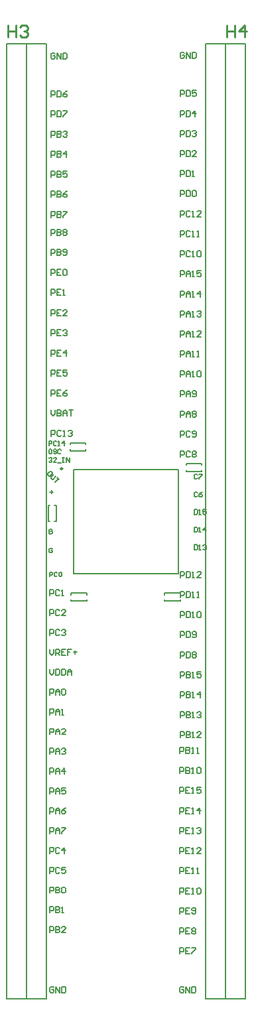
<source format=gto>
G04*
G04 #@! TF.GenerationSoftware,Altium Limited,Altium Designer,21.8.1 (53)*
G04*
G04 Layer_Color=65535*
%FSLAX25Y25*%
%MOIN*%
G70*
G04*
G04 #@! TF.SameCoordinates,602FFC17-E96E-42ED-876F-BF2310913D4F*
G04*
G04*
G04 #@! TF.FilePolarity,Positive*
G04*
G01*
G75*
%ADD10C,0.00984*%
%ADD11C,0.00600*%
%ADD12C,0.00591*%
%ADD13C,0.00787*%
%ADD14C,0.01000*%
D10*
X355610Y372075D02*
G03*
X355610Y372075I-492J0D01*
G01*
D11*
X437500Y105500D02*
X447500D01*
Y585500D01*
X437500Y105500D02*
Y585500D01*
X447500D01*
X327500Y585500D02*
X337500D01*
X327500Y105500D02*
X327500Y585500D01*
X337500D02*
X337500Y105500D01*
X327500D02*
X337500D01*
X347500D01*
Y585500D01*
X337500Y105500D02*
Y585500D01*
X347500D01*
X427500Y105500D02*
X437500D01*
Y585500D01*
X427500Y105500D02*
Y585500D01*
X437500D01*
X349300Y360366D02*
X350833D01*
X350066Y361133D02*
Y359600D01*
X351799Y580599D02*
X351300Y581099D01*
X350300D01*
X349800Y580599D01*
Y578600D01*
X350300Y578100D01*
X351300D01*
X351799Y578600D01*
Y579600D01*
X350800D01*
X352799Y578100D02*
Y581099D01*
X354798Y578100D01*
Y581099D01*
X355798D02*
Y578100D01*
X357298D01*
X357797Y578600D01*
Y580599D01*
X357298Y581099D01*
X355798D01*
X349900Y448866D02*
Y451865D01*
X351399D01*
X351899Y451365D01*
Y450366D01*
X351399Y449866D01*
X349900D01*
X354898Y451865D02*
X352899D01*
Y448866D01*
X354898D01*
X352899Y450366D02*
X353899D01*
X357897Y448866D02*
X355898D01*
X357897Y450865D01*
Y451365D01*
X357398Y451865D01*
X356398D01*
X355898Y451365D01*
X349900Y438788D02*
Y441787D01*
X351399D01*
X351899Y441288D01*
Y440288D01*
X351399Y439788D01*
X349900D01*
X354898Y441787D02*
X352899D01*
Y438788D01*
X354898D01*
X352899Y440288D02*
X353899D01*
X355898Y441288D02*
X356398Y441787D01*
X357398D01*
X357897Y441288D01*
Y440788D01*
X357398Y440288D01*
X356898D01*
X357398D01*
X357897Y439788D01*
Y439288D01*
X357398Y438788D01*
X356398D01*
X355898Y439288D01*
X349900Y428711D02*
Y431710D01*
X351399D01*
X351899Y431210D01*
Y430210D01*
X351399Y429710D01*
X349900D01*
X354898Y431710D02*
X352899D01*
Y428711D01*
X354898D01*
X352899Y430210D02*
X353899D01*
X357398Y428711D02*
Y431710D01*
X355898Y430210D01*
X357897D01*
X349900Y418633D02*
Y421632D01*
X351399D01*
X351899Y421132D01*
Y420133D01*
X351399Y419633D01*
X349900D01*
X354898Y421632D02*
X352899D01*
Y418633D01*
X354898D01*
X352899Y420133D02*
X353899D01*
X357897Y421632D02*
X355898D01*
Y420133D01*
X356898Y420632D01*
X357398D01*
X357897Y420133D01*
Y419133D01*
X357398Y418633D01*
X356398D01*
X355898Y419133D01*
X349900Y408555D02*
Y411554D01*
X351399D01*
X351899Y411055D01*
Y410055D01*
X351399Y409555D01*
X349900D01*
X354898Y411554D02*
X352899D01*
Y408555D01*
X354898D01*
X352899Y410055D02*
X353899D01*
X357897Y411554D02*
X356898Y411055D01*
X355898Y410055D01*
Y409055D01*
X356398Y408555D01*
X357398D01*
X357897Y409055D01*
Y409555D01*
X357398Y410055D01*
X355898D01*
X349900Y401477D02*
Y399477D01*
X350900Y398478D01*
X351899Y399477D01*
Y401477D01*
X352899D02*
Y398478D01*
X354398D01*
X354898Y398977D01*
Y399477D01*
X354398Y399977D01*
X352899D01*
X354398D01*
X354898Y400477D01*
Y400977D01*
X354398Y401477D01*
X352899D01*
X355898Y398478D02*
Y400477D01*
X356898Y401477D01*
X357897Y400477D01*
Y398478D01*
Y399977D01*
X355898D01*
X358897Y401477D02*
X360896D01*
X359897D01*
Y398478D01*
X349900Y388400D02*
Y391399D01*
X351399D01*
X351899Y390899D01*
Y389899D01*
X351399Y389400D01*
X349900D01*
X354898Y390899D02*
X354398Y391399D01*
X353399D01*
X352899Y390899D01*
Y388900D01*
X353399Y388400D01*
X354398D01*
X354898Y388900D01*
X355898Y388400D02*
X356898D01*
X356398D01*
Y391399D01*
X355898Y390899D01*
X358397D02*
X358897Y391399D01*
X359897D01*
X360397Y390899D01*
Y390399D01*
X359897Y389899D01*
X359397D01*
X359897D01*
X360397Y389400D01*
Y388900D01*
X359897Y388400D01*
X358897D01*
X358397Y388900D01*
X349200Y308181D02*
Y311130D01*
X350675D01*
X351166Y310639D01*
Y309656D01*
X350675Y309164D01*
X349200D01*
X354115Y310639D02*
X353624Y311130D01*
X352641D01*
X352149Y310639D01*
Y308673D01*
X352641Y308181D01*
X353624D01*
X354115Y308673D01*
X355098Y308181D02*
X356081D01*
X355590D01*
Y311130D01*
X355098Y310639D01*
X349200Y298223D02*
Y301173D01*
X350675D01*
X351166Y300681D01*
Y299698D01*
X350675Y299206D01*
X349200D01*
X354115Y300681D02*
X353624Y301173D01*
X352641D01*
X352149Y300681D01*
Y298715D01*
X352641Y298223D01*
X353624D01*
X354115Y298715D01*
X357064Y298223D02*
X355098D01*
X357064Y300190D01*
Y300681D01*
X356573Y301173D01*
X355590D01*
X355098Y300681D01*
X349200Y288266D02*
Y291215D01*
X350675D01*
X351166Y290723D01*
Y289740D01*
X350675Y289249D01*
X349200D01*
X354115Y290723D02*
X353624Y291215D01*
X352641D01*
X352149Y290723D01*
Y288757D01*
X352641Y288266D01*
X353624D01*
X354115Y288757D01*
X355098Y290723D02*
X355590Y291215D01*
X356573D01*
X357064Y290723D01*
Y290232D01*
X356573Y289740D01*
X356081D01*
X356573D01*
X357064Y289249D01*
Y288757D01*
X356573Y288266D01*
X355590D01*
X355098Y288757D01*
X349200Y281257D02*
Y279291D01*
X350183Y278308D01*
X351166Y279291D01*
Y281257D01*
X352149Y278308D02*
Y281257D01*
X353624D01*
X354115Y280766D01*
Y279783D01*
X353624Y279291D01*
X352149D01*
X353132D02*
X354115Y278308D01*
X357064Y281257D02*
X355098D01*
Y278308D01*
X357064D01*
X355098Y279783D02*
X356081D01*
X360013Y281257D02*
X358047D01*
Y279783D01*
X359030D01*
X358047D01*
Y278308D01*
X360996Y279783D02*
X362962D01*
X361979Y280766D02*
Y278800D01*
X349200Y271299D02*
Y269333D01*
X350183Y268350D01*
X351166Y269333D01*
Y271299D01*
X352149D02*
Y268350D01*
X353624D01*
X354115Y268842D01*
Y270808D01*
X353624Y271299D01*
X352149D01*
X355098D02*
Y268350D01*
X356573D01*
X357064Y268842D01*
Y270808D01*
X356573Y271299D01*
X355098D01*
X358047Y268350D02*
Y270316D01*
X359030Y271299D01*
X360013Y270316D01*
Y268350D01*
Y269825D01*
X358047D01*
X349200Y258393D02*
Y261342D01*
X350675D01*
X351166Y260850D01*
Y259867D01*
X350675Y259376D01*
X349200D01*
X352149Y258393D02*
Y260359D01*
X353132Y261342D01*
X354115Y260359D01*
Y258393D01*
Y259867D01*
X352149D01*
X355098Y260850D02*
X355590Y261342D01*
X356573D01*
X357064Y260850D01*
Y258884D01*
X356573Y258393D01*
X355590D01*
X355098Y258884D01*
Y260850D01*
X349200Y248435D02*
Y251384D01*
X350675D01*
X351166Y250892D01*
Y249909D01*
X350675Y249418D01*
X349200D01*
X352149Y248435D02*
Y250401D01*
X353132Y251384D01*
X354115Y250401D01*
Y248435D01*
Y249909D01*
X352149D01*
X355098Y248435D02*
X356081D01*
X355590D01*
Y251384D01*
X355098Y250892D01*
X349200Y238477D02*
Y241426D01*
X350675D01*
X351166Y240935D01*
Y239952D01*
X350675Y239460D01*
X349200D01*
X352149Y238477D02*
Y240443D01*
X353132Y241426D01*
X354115Y240443D01*
Y238477D01*
Y239952D01*
X352149D01*
X357064Y238477D02*
X355098D01*
X357064Y240443D01*
Y240935D01*
X356573Y241426D01*
X355590D01*
X355098Y240935D01*
X349200Y228520D02*
Y231469D01*
X350675D01*
X351166Y230977D01*
Y229994D01*
X350675Y229503D01*
X349200D01*
X352149Y228520D02*
Y230486D01*
X353132Y231469D01*
X354115Y230486D01*
Y228520D01*
Y229994D01*
X352149D01*
X355098Y230977D02*
X355590Y231469D01*
X356573D01*
X357064Y230977D01*
Y230486D01*
X356573Y229994D01*
X356081D01*
X356573D01*
X357064Y229503D01*
Y229011D01*
X356573Y228520D01*
X355590D01*
X355098Y229011D01*
X349200Y218562D02*
Y221511D01*
X350675D01*
X351166Y221019D01*
Y220036D01*
X350675Y219545D01*
X349200D01*
X352149Y218562D02*
Y220528D01*
X353132Y221511D01*
X354115Y220528D01*
Y218562D01*
Y220036D01*
X352149D01*
X356573Y218562D02*
Y221511D01*
X355098Y220036D01*
X357064D01*
X349200Y208604D02*
Y211553D01*
X350675D01*
X351166Y211062D01*
Y210079D01*
X350675Y209587D01*
X349200D01*
X352149Y208604D02*
Y210570D01*
X353132Y211553D01*
X354115Y210570D01*
Y208604D01*
Y210079D01*
X352149D01*
X357064Y211553D02*
X355098D01*
Y210079D01*
X356081Y210570D01*
X356573D01*
X357064Y210079D01*
Y209096D01*
X356573Y208604D01*
X355590D01*
X355098Y209096D01*
X349200Y198646D02*
Y201595D01*
X350675D01*
X351166Y201104D01*
Y200121D01*
X350675Y199629D01*
X349200D01*
X352149Y198646D02*
Y200612D01*
X353132Y201595D01*
X354115Y200612D01*
Y198646D01*
Y200121D01*
X352149D01*
X357064Y201595D02*
X356081Y201104D01*
X355098Y200121D01*
Y199138D01*
X355590Y198646D01*
X356573D01*
X357064Y199138D01*
Y199629D01*
X356573Y200121D01*
X355098D01*
X349200Y188689D02*
Y191638D01*
X350675D01*
X351166Y191146D01*
Y190163D01*
X350675Y189672D01*
X349200D01*
X352149Y188689D02*
Y190655D01*
X353132Y191638D01*
X354115Y190655D01*
Y188689D01*
Y190163D01*
X352149D01*
X355098Y191638D02*
X357064D01*
Y191146D01*
X355098Y189180D01*
Y188689D01*
X349200Y178731D02*
Y181680D01*
X350675D01*
X351166Y181188D01*
Y180205D01*
X350675Y179714D01*
X349200D01*
X354115Y181188D02*
X353624Y181680D01*
X352641D01*
X352149Y181188D01*
Y179222D01*
X352641Y178731D01*
X353624D01*
X354115Y179222D01*
X356573Y178731D02*
Y181680D01*
X355098Y180205D01*
X357064D01*
X349200Y168773D02*
Y171722D01*
X350675D01*
X351166Y171231D01*
Y170248D01*
X350675Y169756D01*
X349200D01*
X354115Y171231D02*
X353624Y171722D01*
X352641D01*
X352149Y171231D01*
Y169265D01*
X352641Y168773D01*
X353624D01*
X354115Y169265D01*
X357064Y171722D02*
X355098D01*
Y170248D01*
X356081Y170739D01*
X356573D01*
X357064Y170248D01*
Y169265D01*
X356573Y168773D01*
X355590D01*
X355098Y169265D01*
X349200Y158815D02*
Y161765D01*
X350675D01*
X351166Y161273D01*
Y160290D01*
X350675Y159799D01*
X349200D01*
X352149Y161765D02*
Y158815D01*
X353624D01*
X354115Y159307D01*
Y159799D01*
X353624Y160290D01*
X352149D01*
X353624D01*
X354115Y160782D01*
Y161273D01*
X353624Y161765D01*
X352149D01*
X355098Y161273D02*
X355590Y161765D01*
X356573D01*
X357064Y161273D01*
Y159307D01*
X356573Y158815D01*
X355590D01*
X355098Y159307D01*
Y161273D01*
X349200Y148858D02*
Y151807D01*
X350675D01*
X351166Y151315D01*
Y150332D01*
X350675Y149841D01*
X349200D01*
X352149Y151807D02*
Y148858D01*
X353624D01*
X354115Y149349D01*
Y149841D01*
X353624Y150332D01*
X352149D01*
X353624D01*
X354115Y150824D01*
Y151315D01*
X353624Y151807D01*
X352149D01*
X355098Y148858D02*
X356081D01*
X355590D01*
Y151807D01*
X355098Y151315D01*
X349200Y138900D02*
Y141849D01*
X350675D01*
X351166Y141358D01*
Y140375D01*
X350675Y139883D01*
X349200D01*
X352149Y141849D02*
Y138900D01*
X353624D01*
X354115Y139392D01*
Y139883D01*
X353624Y140375D01*
X352149D01*
X353624D01*
X354115Y140866D01*
Y141358D01*
X353624Y141849D01*
X352149D01*
X357064Y138900D02*
X355098D01*
X357064Y140866D01*
Y141358D01*
X356573Y141849D01*
X355590D01*
X355098Y141358D01*
X350433Y331716D02*
X350050Y332099D01*
X349283D01*
X348900Y331716D01*
Y330183D01*
X349283Y329800D01*
X350050D01*
X350433Y330183D01*
Y330950D01*
X349666D01*
X414500Y228977D02*
Y231976D01*
X416000D01*
X416499Y231476D01*
Y230476D01*
X416000Y229977D01*
X414500D01*
X417499Y231976D02*
Y228977D01*
X418998D01*
X419498Y229477D01*
Y229977D01*
X418998Y230476D01*
X417499D01*
X418998D01*
X419498Y230976D01*
Y231476D01*
X418998Y231976D01*
X417499D01*
X420498Y228977D02*
X421498D01*
X420998D01*
Y231976D01*
X420498Y231476D01*
X422997Y228977D02*
X423997D01*
X423497D01*
Y231976D01*
X422997Y231476D01*
X414500Y218899D02*
Y221898D01*
X416000D01*
X416499Y221398D01*
Y220399D01*
X416000Y219899D01*
X414500D01*
X417499Y221898D02*
Y218899D01*
X418998D01*
X419498Y219399D01*
Y219899D01*
X418998Y220399D01*
X417499D01*
X418998D01*
X419498Y220899D01*
Y221398D01*
X418998Y221898D01*
X417499D01*
X420498Y218899D02*
X421498D01*
X420998D01*
Y221898D01*
X420498Y221398D01*
X422997D02*
X423497Y221898D01*
X424497D01*
X424997Y221398D01*
Y219399D01*
X424497Y218899D01*
X423497D01*
X422997Y219399D01*
Y221398D01*
X414500Y208821D02*
Y211821D01*
X416000D01*
X416499Y211321D01*
Y210321D01*
X416000Y209821D01*
X414500D01*
X419498Y211821D02*
X417499D01*
Y208821D01*
X419498D01*
X417499Y210321D02*
X418499D01*
X420498Y208821D02*
X421498D01*
X420998D01*
Y211821D01*
X420498Y211321D01*
X424997Y211821D02*
X422997D01*
Y210321D01*
X423997Y210821D01*
X424497D01*
X424997Y210321D01*
Y209321D01*
X424497Y208821D01*
X423497D01*
X422997Y209321D01*
X414500Y198744D02*
Y201743D01*
X416000D01*
X416499Y201243D01*
Y200243D01*
X416000Y199743D01*
X414500D01*
X419498Y201743D02*
X417499D01*
Y198744D01*
X419498D01*
X417499Y200243D02*
X418499D01*
X420498Y198744D02*
X421498D01*
X420998D01*
Y201743D01*
X420498Y201243D01*
X424497Y198744D02*
Y201743D01*
X422997Y200243D01*
X424997D01*
X414500Y188666D02*
Y191665D01*
X416000D01*
X416499Y191165D01*
Y190166D01*
X416000Y189666D01*
X414500D01*
X419498Y191665D02*
X417499D01*
Y188666D01*
X419498D01*
X417499Y190166D02*
X418499D01*
X420498Y188666D02*
X421498D01*
X420998D01*
Y191665D01*
X420498Y191165D01*
X422997D02*
X423497Y191665D01*
X424497D01*
X424997Y191165D01*
Y190665D01*
X424497Y190166D01*
X423997D01*
X424497D01*
X424997Y189666D01*
Y189166D01*
X424497Y188666D01*
X423497D01*
X422997Y189166D01*
X414500Y178588D02*
Y181587D01*
X416000D01*
X416499Y181088D01*
Y180088D01*
X416000Y179588D01*
X414500D01*
X419498Y181587D02*
X417499D01*
Y178588D01*
X419498D01*
X417499Y180088D02*
X418499D01*
X420498Y178588D02*
X421498D01*
X420998D01*
Y181587D01*
X420498Y181088D01*
X424997Y178588D02*
X422997D01*
X424997Y180588D01*
Y181088D01*
X424497Y181587D01*
X423497D01*
X422997Y181088D01*
X414500Y168511D02*
Y171510D01*
X416000D01*
X416499Y171010D01*
Y170010D01*
X416000Y169510D01*
X414500D01*
X419498Y171510D02*
X417499D01*
Y168511D01*
X419498D01*
X417499Y170010D02*
X418499D01*
X420498Y168511D02*
X421498D01*
X420998D01*
Y171510D01*
X420498Y171010D01*
X422997Y168511D02*
X423997D01*
X423497D01*
Y171510D01*
X422997Y171010D01*
X414500Y158433D02*
Y161432D01*
X416000D01*
X416499Y160932D01*
Y159933D01*
X416000Y159433D01*
X414500D01*
X419498Y161432D02*
X417499D01*
Y158433D01*
X419498D01*
X417499Y159933D02*
X418499D01*
X420498Y158433D02*
X421498D01*
X420998D01*
Y161432D01*
X420498Y160932D01*
X422997D02*
X423497Y161432D01*
X424497D01*
X424997Y160932D01*
Y158933D01*
X424497Y158433D01*
X423497D01*
X422997Y158933D01*
Y160932D01*
X414500Y148355D02*
Y151354D01*
X416000D01*
X416499Y150855D01*
Y149855D01*
X416000Y149355D01*
X414500D01*
X419498Y151354D02*
X417499D01*
Y148355D01*
X419498D01*
X417499Y149855D02*
X418499D01*
X420498Y148855D02*
X420998Y148355D01*
X421998D01*
X422497Y148855D01*
Y150855D01*
X421998Y151354D01*
X420998D01*
X420498Y150855D01*
Y150355D01*
X420998Y149855D01*
X422497D01*
X414500Y138278D02*
Y141277D01*
X416000D01*
X416499Y140777D01*
Y139777D01*
X416000Y139277D01*
X414500D01*
X419498Y141277D02*
X417499D01*
Y138278D01*
X419498D01*
X417499Y139777D02*
X418499D01*
X420498Y140777D02*
X420998Y141277D01*
X421998D01*
X422497Y140777D01*
Y140277D01*
X421998Y139777D01*
X422497Y139277D01*
Y138777D01*
X421998Y138278D01*
X420998D01*
X420498Y138777D01*
Y139277D01*
X420998Y139777D01*
X420498Y140277D01*
Y140777D01*
X420998Y139777D02*
X421998D01*
X414500Y128200D02*
Y131199D01*
X416000D01*
X416499Y130699D01*
Y129700D01*
X416000Y129200D01*
X414500D01*
X419498Y131199D02*
X417499D01*
Y128200D01*
X419498D01*
X417499Y129700D02*
X418499D01*
X420498Y131199D02*
X422497D01*
Y130699D01*
X420498Y128700D01*
Y128200D01*
X414700Y448444D02*
Y451443D01*
X416199D01*
X416699Y450943D01*
Y449943D01*
X416199Y449443D01*
X414700D01*
X417699Y448444D02*
Y450443D01*
X418699Y451443D01*
X419698Y450443D01*
Y448444D01*
Y449943D01*
X417699D01*
X420698Y448444D02*
X421698D01*
X421198D01*
Y451443D01*
X420698Y450943D01*
X423197D02*
X423697Y451443D01*
X424697D01*
X425197Y450943D01*
Y450443D01*
X424697Y449943D01*
X424197D01*
X424697D01*
X425197Y449443D01*
Y448944D01*
X424697Y448444D01*
X423697D01*
X423197Y448944D01*
X414700Y438366D02*
Y441365D01*
X416199D01*
X416699Y440865D01*
Y439866D01*
X416199Y439366D01*
X414700D01*
X417699Y438366D02*
Y440365D01*
X418699Y441365D01*
X419698Y440365D01*
Y438366D01*
Y439866D01*
X417699D01*
X420698Y438366D02*
X421698D01*
X421198D01*
Y441365D01*
X420698Y440865D01*
X425197Y438366D02*
X423197D01*
X425197Y440365D01*
Y440865D01*
X424697Y441365D01*
X423697D01*
X423197Y440865D01*
X414700Y428288D02*
Y431287D01*
X416199D01*
X416699Y430788D01*
Y429788D01*
X416199Y429288D01*
X414700D01*
X417699Y428288D02*
Y430288D01*
X418699Y431287D01*
X419698Y430288D01*
Y428288D01*
Y429788D01*
X417699D01*
X420698Y428288D02*
X421698D01*
X421198D01*
Y431287D01*
X420698Y430788D01*
X423197Y428288D02*
X424197D01*
X423697D01*
Y431287D01*
X423197Y430788D01*
X414700Y418211D02*
Y421210D01*
X416199D01*
X416699Y420710D01*
Y419710D01*
X416199Y419210D01*
X414700D01*
X417699Y418211D02*
Y420210D01*
X418699Y421210D01*
X419698Y420210D01*
Y418211D01*
Y419710D01*
X417699D01*
X420698Y418211D02*
X421698D01*
X421198D01*
Y421210D01*
X420698Y420710D01*
X423197D02*
X423697Y421210D01*
X424697D01*
X425197Y420710D01*
Y418711D01*
X424697Y418211D01*
X423697D01*
X423197Y418711D01*
Y420710D01*
X414700Y408133D02*
Y411132D01*
X416199D01*
X416699Y410632D01*
Y409633D01*
X416199Y409133D01*
X414700D01*
X417699Y408133D02*
Y410132D01*
X418699Y411132D01*
X419698Y410132D01*
Y408133D01*
Y409633D01*
X417699D01*
X420698Y408633D02*
X421198Y408133D01*
X422198D01*
X422697Y408633D01*
Y410632D01*
X422198Y411132D01*
X421198D01*
X420698Y410632D01*
Y410132D01*
X421198Y409633D01*
X422697D01*
X414700Y398055D02*
Y401054D01*
X416199D01*
X416699Y400555D01*
Y399555D01*
X416199Y399055D01*
X414700D01*
X417699Y398055D02*
Y400055D01*
X418699Y401054D01*
X419698Y400055D01*
Y398055D01*
Y399555D01*
X417699D01*
X420698Y400555D02*
X421198Y401054D01*
X422198D01*
X422697Y400555D01*
Y400055D01*
X422198Y399555D01*
X422697Y399055D01*
Y398555D01*
X422198Y398055D01*
X421198D01*
X420698Y398555D01*
Y399055D01*
X421198Y399555D01*
X420698Y400055D01*
Y400555D01*
X421198Y399555D02*
X422198D01*
X414700Y387978D02*
Y390977D01*
X416199D01*
X416699Y390477D01*
Y389477D01*
X416199Y388977D01*
X414700D01*
X419698Y390477D02*
X419199Y390977D01*
X418199D01*
X417699Y390477D01*
Y388477D01*
X418199Y387978D01*
X419199D01*
X419698Y388477D01*
X420698D02*
X421198Y387978D01*
X422198D01*
X422697Y388477D01*
Y390477D01*
X422198Y390977D01*
X421198D01*
X420698Y390477D01*
Y389977D01*
X421198Y389477D01*
X422697D01*
X414700Y377900D02*
Y380899D01*
X416199D01*
X416699Y380399D01*
Y379399D01*
X416199Y378900D01*
X414700D01*
X419698Y380399D02*
X419199Y380899D01*
X418199D01*
X417699Y380399D01*
Y378400D01*
X418199Y377900D01*
X419199D01*
X419698Y378400D01*
X420698Y380399D02*
X421198Y380899D01*
X422198D01*
X422697Y380399D01*
Y379899D01*
X422198Y379399D01*
X422697Y378900D01*
Y378400D01*
X422198Y377900D01*
X421198D01*
X420698Y378400D01*
Y378900D01*
X421198Y379399D01*
X420698Y379899D01*
Y380399D01*
X421198Y379399D02*
X422198D01*
X350387Y370013D02*
X349845Y370555D01*
X349303D01*
X348219Y369471D01*
Y368929D01*
X348761Y368387D01*
X349303D01*
X350387Y369471D01*
Y370013D01*
X351200Y369200D02*
X349845Y367845D01*
Y367303D01*
X350387Y366761D01*
X350929D01*
X352284Y368116D01*
X352826Y367574D02*
X353910Y366490D01*
X353368Y367032D01*
X351742Y365406D01*
X349100Y317800D02*
Y320099D01*
X350250D01*
X350633Y319716D01*
Y318950D01*
X350250Y318566D01*
X349100D01*
X352932Y319716D02*
X352549Y320099D01*
X351782D01*
X351399Y319716D01*
Y318183D01*
X351782Y317800D01*
X352549D01*
X352932Y318183D01*
X353698Y319716D02*
X354082Y320099D01*
X354848D01*
X355231Y319716D01*
Y318183D01*
X354848Y317800D01*
X354082D01*
X353698Y318183D01*
Y319716D01*
X348700Y383681D02*
Y385981D01*
X349850D01*
X350233Y385597D01*
Y384831D01*
X349850Y384448D01*
X348700D01*
X352532Y385597D02*
X352149Y385981D01*
X351382D01*
X350999Y385597D01*
Y384065D01*
X351382Y383681D01*
X352149D01*
X352532Y384065D01*
X353298Y383681D02*
X354065D01*
X353682D01*
Y385981D01*
X353298Y385597D01*
X356364Y383681D02*
Y385981D01*
X355215Y384831D01*
X356747D01*
X349850Y381782D02*
X349083D01*
X348700Y381398D01*
Y379866D01*
X349083Y379482D01*
X349850D01*
X350233Y379866D01*
Y381398D01*
X349850Y381782D01*
X352532Y381398D02*
X352149Y381782D01*
X351382D01*
X350999Y381398D01*
Y381015D01*
X351382Y380632D01*
X352149D01*
X352532Y380249D01*
Y379866D01*
X352149Y379482D01*
X351382D01*
X350999Y379866D01*
X354831Y381398D02*
X354448Y381782D01*
X353682D01*
X353298Y381398D01*
Y379866D01*
X353682Y379482D01*
X354448D01*
X354831Y379866D01*
X348700Y377199D02*
X349083Y377583D01*
X349850D01*
X350233Y377199D01*
Y376816D01*
X349850Y376433D01*
X349466D01*
X349850D01*
X350233Y376050D01*
Y375666D01*
X349850Y375283D01*
X349083D01*
X348700Y375666D01*
X352532Y375283D02*
X350999D01*
X352532Y376816D01*
Y377199D01*
X352149Y377583D01*
X351382D01*
X350999Y377199D01*
X353298Y374900D02*
X354831D01*
X355598Y377583D02*
X356364D01*
X355981D01*
Y375283D01*
X355598D01*
X356364D01*
X357514D02*
Y377583D01*
X359047Y375283D01*
Y377583D01*
X423366Y368895D02*
X422950Y369311D01*
X422117D01*
X421700Y368895D01*
Y367229D01*
X422117Y366812D01*
X422950D01*
X423366Y367229D01*
X424199Y369311D02*
X425865D01*
Y368895D01*
X424199Y367229D01*
Y366812D01*
X423366Y360017D02*
X422950Y360433D01*
X422117D01*
X421700Y360017D01*
Y358351D01*
X422117Y357934D01*
X422950D01*
X423366Y358351D01*
X425865Y360433D02*
X425032Y360017D01*
X424199Y359184D01*
Y358351D01*
X424616Y357934D01*
X425449D01*
X425865Y358351D01*
Y358767D01*
X425449Y359184D01*
X424199D01*
X421700Y351555D02*
Y349056D01*
X422950D01*
X423366Y349473D01*
Y351139D01*
X422950Y351555D01*
X421700D01*
X424199Y349056D02*
X425032D01*
X424616D01*
Y351555D01*
X424199Y351139D01*
X427948Y351555D02*
X426282D01*
Y350306D01*
X427115Y350722D01*
X427531D01*
X427948Y350306D01*
Y349473D01*
X427531Y349056D01*
X426698D01*
X426282Y349473D01*
X421700Y342677D02*
Y340178D01*
X422950D01*
X423366Y340595D01*
Y342261D01*
X422950Y342677D01*
X421700D01*
X424199Y340178D02*
X425032D01*
X424616D01*
Y342677D01*
X424199Y342261D01*
X427531Y340178D02*
Y342677D01*
X426282Y341428D01*
X427948D01*
X421700Y333799D02*
Y331300D01*
X422950D01*
X423366Y331716D01*
Y333383D01*
X422950Y333799D01*
X421700D01*
X424199Y331300D02*
X425032D01*
X424616D01*
Y333799D01*
X424199Y333383D01*
X426282D02*
X426698Y333799D01*
X427531D01*
X427948Y333383D01*
Y332966D01*
X427531Y332550D01*
X427115D01*
X427531D01*
X427948Y332133D01*
Y331716D01*
X427531Y331300D01*
X426698D01*
X426282Y331716D01*
X351199Y111199D02*
X350699Y111699D01*
X349700D01*
X349200Y111199D01*
Y109200D01*
X349700Y108700D01*
X350699D01*
X351199Y109200D01*
Y110199D01*
X350200D01*
X352199Y108700D02*
Y111699D01*
X354198Y108700D01*
Y111699D01*
X355198D02*
Y108700D01*
X356698D01*
X357197Y109200D01*
Y111199D01*
X356698Y111699D01*
X355198D01*
X349900Y558866D02*
Y561865D01*
X351399D01*
X351899Y561365D01*
Y560366D01*
X351399Y559866D01*
X349900D01*
X352899Y561865D02*
Y558866D01*
X354398D01*
X354898Y559366D01*
Y561365D01*
X354398Y561865D01*
X352899D01*
X357897D02*
X356898Y561365D01*
X355898Y560366D01*
Y559366D01*
X356398Y558866D01*
X357398D01*
X357897Y559366D01*
Y559866D01*
X357398Y560366D01*
X355898D01*
X349900Y548788D02*
Y551787D01*
X351399D01*
X351899Y551288D01*
Y550288D01*
X351399Y549788D01*
X349900D01*
X352899Y551787D02*
Y548788D01*
X354398D01*
X354898Y549288D01*
Y551288D01*
X354398Y551787D01*
X352899D01*
X355898D02*
X357897D01*
Y551288D01*
X355898Y549288D01*
Y548788D01*
X349900Y538711D02*
Y541710D01*
X351399D01*
X351899Y541210D01*
Y540210D01*
X351399Y539710D01*
X349900D01*
X352899Y541710D02*
Y538711D01*
X354398D01*
X354898Y539211D01*
Y539710D01*
X354398Y540210D01*
X352899D01*
X354398D01*
X354898Y540710D01*
Y541210D01*
X354398Y541710D01*
X352899D01*
X355898Y541210D02*
X356398Y541710D01*
X357398D01*
X357897Y541210D01*
Y540710D01*
X357398Y540210D01*
X356898D01*
X357398D01*
X357897Y539710D01*
Y539211D01*
X357398Y538711D01*
X356398D01*
X355898Y539211D01*
X349900Y528633D02*
Y531632D01*
X351399D01*
X351899Y531132D01*
Y530133D01*
X351399Y529633D01*
X349900D01*
X352899Y531632D02*
Y528633D01*
X354398D01*
X354898Y529133D01*
Y529633D01*
X354398Y530133D01*
X352899D01*
X354398D01*
X354898Y530632D01*
Y531132D01*
X354398Y531632D01*
X352899D01*
X357398Y528633D02*
Y531632D01*
X355898Y530133D01*
X357897D01*
X349900Y518555D02*
Y521554D01*
X351399D01*
X351899Y521055D01*
Y520055D01*
X351399Y519555D01*
X349900D01*
X352899Y521554D02*
Y518555D01*
X354398D01*
X354898Y519055D01*
Y519555D01*
X354398Y520055D01*
X352899D01*
X354398D01*
X354898Y520555D01*
Y521055D01*
X354398Y521554D01*
X352899D01*
X357897D02*
X355898D01*
Y520055D01*
X356898Y520555D01*
X357398D01*
X357897Y520055D01*
Y519055D01*
X357398Y518555D01*
X356398D01*
X355898Y519055D01*
X349900Y508478D02*
Y511477D01*
X351399D01*
X351899Y510977D01*
Y509977D01*
X351399Y509477D01*
X349900D01*
X352899Y511477D02*
Y508478D01*
X354398D01*
X354898Y508978D01*
Y509477D01*
X354398Y509977D01*
X352899D01*
X354398D01*
X354898Y510477D01*
Y510977D01*
X354398Y511477D01*
X352899D01*
X357897D02*
X356898Y510977D01*
X355898Y509977D01*
Y508978D01*
X356398Y508478D01*
X357398D01*
X357897Y508978D01*
Y509477D01*
X357398Y509977D01*
X355898D01*
X349900Y498400D02*
Y501399D01*
X351399D01*
X351899Y500899D01*
Y499899D01*
X351399Y499400D01*
X349900D01*
X352899Y501399D02*
Y498400D01*
X354398D01*
X354898Y498900D01*
Y499400D01*
X354398Y499899D01*
X352899D01*
X354398D01*
X354898Y500399D01*
Y500899D01*
X354398Y501399D01*
X352899D01*
X355898D02*
X357897D01*
Y500899D01*
X355898Y498900D01*
Y498400D01*
X350333Y341216D02*
X349950Y341599D01*
X349183D01*
X348800Y341216D01*
Y339683D01*
X349183Y339300D01*
X349950D01*
X350333Y339683D01*
Y340450D01*
X349566D01*
X416799Y580899D02*
X416299Y581399D01*
X415300D01*
X414800Y580899D01*
Y578900D01*
X415300Y578400D01*
X416299D01*
X416799Y578900D01*
Y579900D01*
X415800D01*
X417799Y578400D02*
Y581399D01*
X419798Y578400D01*
Y581399D01*
X420798D02*
Y578400D01*
X422298D01*
X422797Y578900D01*
Y580899D01*
X422298Y581399D01*
X420798D01*
X414800Y317421D02*
Y320421D01*
X416299D01*
X416799Y319921D01*
Y318921D01*
X416299Y318421D01*
X414800D01*
X417799Y320421D02*
Y317421D01*
X419299D01*
X419798Y317921D01*
Y319921D01*
X419299Y320421D01*
X417799D01*
X420798Y317421D02*
X421798D01*
X421298D01*
Y320421D01*
X420798Y319921D01*
X425297Y317421D02*
X423297D01*
X425297Y319421D01*
Y319921D01*
X424797Y320421D01*
X423797D01*
X423297Y319921D01*
X414800Y307344D02*
Y310343D01*
X416299D01*
X416799Y309843D01*
Y308843D01*
X416299Y308343D01*
X414800D01*
X417799Y310343D02*
Y307344D01*
X419299D01*
X419798Y307844D01*
Y309843D01*
X419299Y310343D01*
X417799D01*
X420798Y307344D02*
X421798D01*
X421298D01*
Y310343D01*
X420798Y309843D01*
X423297Y307344D02*
X424297D01*
X423797D01*
Y310343D01*
X423297Y309843D01*
X414800Y297266D02*
Y300265D01*
X416299D01*
X416799Y299765D01*
Y298766D01*
X416299Y298266D01*
X414800D01*
X417799Y300265D02*
Y297266D01*
X419299D01*
X419798Y297766D01*
Y299765D01*
X419299Y300265D01*
X417799D01*
X420798Y297266D02*
X421798D01*
X421298D01*
Y300265D01*
X420798Y299765D01*
X423297D02*
X423797Y300265D01*
X424797D01*
X425297Y299765D01*
Y297766D01*
X424797Y297266D01*
X423797D01*
X423297Y297766D01*
Y299765D01*
X414800Y287188D02*
Y290187D01*
X416299D01*
X416799Y289688D01*
Y288688D01*
X416299Y288188D01*
X414800D01*
X417799Y290187D02*
Y287188D01*
X419299D01*
X419798Y287688D01*
Y289688D01*
X419299Y290187D01*
X417799D01*
X420798Y287688D02*
X421298Y287188D01*
X422298D01*
X422797Y287688D01*
Y289688D01*
X422298Y290187D01*
X421298D01*
X420798Y289688D01*
Y289188D01*
X421298Y288688D01*
X422797D01*
X414800Y277111D02*
Y280110D01*
X416299D01*
X416799Y279610D01*
Y278610D01*
X416299Y278110D01*
X414800D01*
X417799Y280110D02*
Y277111D01*
X419299D01*
X419798Y277611D01*
Y279610D01*
X419299Y280110D01*
X417799D01*
X420798Y279610D02*
X421298Y280110D01*
X422298D01*
X422797Y279610D01*
Y279110D01*
X422298Y278610D01*
X422797Y278110D01*
Y277611D01*
X422298Y277111D01*
X421298D01*
X420798Y277611D01*
Y278110D01*
X421298Y278610D01*
X420798Y279110D01*
Y279610D01*
X421298Y278610D02*
X422298D01*
X414800Y267033D02*
Y270032D01*
X416299D01*
X416799Y269532D01*
Y268533D01*
X416299Y268033D01*
X414800D01*
X417799Y270032D02*
Y267033D01*
X419299D01*
X419798Y267533D01*
Y268033D01*
X419299Y268533D01*
X417799D01*
X419299D01*
X419798Y269032D01*
Y269532D01*
X419299Y270032D01*
X417799D01*
X420798Y267033D02*
X421798D01*
X421298D01*
Y270032D01*
X420798Y269532D01*
X425297Y270032D02*
X423297D01*
Y268533D01*
X424297Y269032D01*
X424797D01*
X425297Y268533D01*
Y267533D01*
X424797Y267033D01*
X423797D01*
X423297Y267533D01*
X414800Y256955D02*
Y259954D01*
X416299D01*
X416799Y259455D01*
Y258455D01*
X416299Y257955D01*
X414800D01*
X417799Y259954D02*
Y256955D01*
X419299D01*
X419798Y257455D01*
Y257955D01*
X419299Y258455D01*
X417799D01*
X419299D01*
X419798Y258955D01*
Y259455D01*
X419299Y259954D01*
X417799D01*
X420798Y256955D02*
X421798D01*
X421298D01*
Y259954D01*
X420798Y259455D01*
X424797Y256955D02*
Y259954D01*
X423297Y258455D01*
X425297D01*
X414800Y246878D02*
Y249877D01*
X416299D01*
X416799Y249377D01*
Y248377D01*
X416299Y247877D01*
X414800D01*
X417799Y249877D02*
Y246878D01*
X419299D01*
X419798Y247377D01*
Y247877D01*
X419299Y248377D01*
X417799D01*
X419299D01*
X419798Y248877D01*
Y249377D01*
X419299Y249877D01*
X417799D01*
X420798Y246878D02*
X421798D01*
X421298D01*
Y249877D01*
X420798Y249377D01*
X423297D02*
X423797Y249877D01*
X424797D01*
X425297Y249377D01*
Y248877D01*
X424797Y248377D01*
X424297D01*
X424797D01*
X425297Y247877D01*
Y247377D01*
X424797Y246878D01*
X423797D01*
X423297Y247377D01*
X414800Y236800D02*
Y239799D01*
X416299D01*
X416799Y239299D01*
Y238299D01*
X416299Y237800D01*
X414800D01*
X417799Y239799D02*
Y236800D01*
X419299D01*
X419798Y237300D01*
Y237800D01*
X419299Y238299D01*
X417799D01*
X419299D01*
X419798Y238799D01*
Y239299D01*
X419299Y239799D01*
X417799D01*
X420798Y236800D02*
X421798D01*
X421298D01*
Y239799D01*
X420798Y239299D01*
X425297Y236800D02*
X423297D01*
X425297Y238799D01*
Y239299D01*
X424797Y239799D01*
X423797D01*
X423297Y239299D01*
X349800Y489433D02*
Y492432D01*
X351300D01*
X351799Y491932D01*
Y490933D01*
X351300Y490433D01*
X349800D01*
X352799Y492432D02*
Y489433D01*
X354298D01*
X354798Y489933D01*
Y490433D01*
X354298Y490933D01*
X352799D01*
X354298D01*
X354798Y491432D01*
Y491932D01*
X354298Y492432D01*
X352799D01*
X355798Y491932D02*
X356298Y492432D01*
X357298D01*
X357797Y491932D01*
Y491432D01*
X357298Y490933D01*
X357797Y490433D01*
Y489933D01*
X357298Y489433D01*
X356298D01*
X355798Y489933D01*
Y490433D01*
X356298Y490933D01*
X355798Y491432D01*
Y491932D01*
X356298Y490933D02*
X357298D01*
X349800Y479355D02*
Y482354D01*
X351300D01*
X351799Y481855D01*
Y480855D01*
X351300Y480355D01*
X349800D01*
X352799Y482354D02*
Y479355D01*
X354298D01*
X354798Y479855D01*
Y480355D01*
X354298Y480855D01*
X352799D01*
X354298D01*
X354798Y481355D01*
Y481855D01*
X354298Y482354D01*
X352799D01*
X355798Y479855D02*
X356298Y479355D01*
X357298D01*
X357797Y479855D01*
Y481855D01*
X357298Y482354D01*
X356298D01*
X355798Y481855D01*
Y481355D01*
X356298Y480855D01*
X357797D01*
X349800Y469278D02*
Y472277D01*
X351300D01*
X351799Y471777D01*
Y470777D01*
X351300Y470277D01*
X349800D01*
X354798Y472277D02*
X352799D01*
Y469278D01*
X354798D01*
X352799Y470777D02*
X353799D01*
X355798Y471777D02*
X356298Y472277D01*
X357298D01*
X357797Y471777D01*
Y469777D01*
X357298Y469278D01*
X356298D01*
X355798Y469777D01*
Y471777D01*
X349800Y459200D02*
Y462199D01*
X351300D01*
X351799Y461699D01*
Y460700D01*
X351300Y460200D01*
X349800D01*
X354798Y462199D02*
X352799D01*
Y459200D01*
X354798D01*
X352799Y460700D02*
X353799D01*
X355798Y459200D02*
X356798D01*
X356298D01*
Y462199D01*
X355798Y461699D01*
X414700Y559177D02*
Y562176D01*
X416199D01*
X416699Y561676D01*
Y560676D01*
X416199Y560177D01*
X414700D01*
X417699Y562176D02*
Y559177D01*
X419199D01*
X419698Y559677D01*
Y561676D01*
X419199Y562176D01*
X417699D01*
X422697D02*
X420698D01*
Y560676D01*
X421698Y561176D01*
X422198D01*
X422697Y560676D01*
Y559677D01*
X422198Y559177D01*
X421198D01*
X420698Y559677D01*
X414700Y549099D02*
Y552098D01*
X416199D01*
X416699Y551598D01*
Y550599D01*
X416199Y550099D01*
X414700D01*
X417699Y552098D02*
Y549099D01*
X419199D01*
X419698Y549599D01*
Y551598D01*
X419199Y552098D01*
X417699D01*
X422198Y549099D02*
Y552098D01*
X420698Y550599D01*
X422697D01*
X414700Y539021D02*
Y542021D01*
X416199D01*
X416699Y541521D01*
Y540521D01*
X416199Y540021D01*
X414700D01*
X417699Y542021D02*
Y539021D01*
X419199D01*
X419698Y539521D01*
Y541521D01*
X419199Y542021D01*
X417699D01*
X420698Y541521D02*
X421198Y542021D01*
X422198D01*
X422697Y541521D01*
Y541021D01*
X422198Y540521D01*
X421698D01*
X422198D01*
X422697Y540021D01*
Y539521D01*
X422198Y539021D01*
X421198D01*
X420698Y539521D01*
X414700Y528944D02*
Y531943D01*
X416199D01*
X416699Y531443D01*
Y530443D01*
X416199Y529943D01*
X414700D01*
X417699Y531943D02*
Y528944D01*
X419199D01*
X419698Y529444D01*
Y531443D01*
X419199Y531943D01*
X417699D01*
X422697Y528944D02*
X420698D01*
X422697Y530943D01*
Y531443D01*
X422198Y531943D01*
X421198D01*
X420698Y531443D01*
X414700Y518866D02*
Y521865D01*
X416199D01*
X416699Y521365D01*
Y520366D01*
X416199Y519866D01*
X414700D01*
X417699Y521865D02*
Y518866D01*
X419199D01*
X419698Y519366D01*
Y521365D01*
X419199Y521865D01*
X417699D01*
X420698Y518866D02*
X421698D01*
X421198D01*
Y521865D01*
X420698Y521365D01*
X414700Y508788D02*
Y511787D01*
X416199D01*
X416699Y511288D01*
Y510288D01*
X416199Y509788D01*
X414700D01*
X417699Y511787D02*
Y508788D01*
X419199D01*
X419698Y509288D01*
Y511288D01*
X419199Y511787D01*
X417699D01*
X420698Y511288D02*
X421198Y511787D01*
X422198D01*
X422697Y511288D01*
Y509288D01*
X422198Y508788D01*
X421198D01*
X420698Y509288D01*
Y511288D01*
X414700Y498711D02*
Y501710D01*
X416199D01*
X416699Y501210D01*
Y500210D01*
X416199Y499710D01*
X414700D01*
X419698Y501210D02*
X419199Y501710D01*
X418199D01*
X417699Y501210D01*
Y499211D01*
X418199Y498711D01*
X419199D01*
X419698Y499211D01*
X420698Y498711D02*
X421698D01*
X421198D01*
Y501710D01*
X420698Y501210D01*
X425197Y498711D02*
X423197D01*
X425197Y500710D01*
Y501210D01*
X424697Y501710D01*
X423697D01*
X423197Y501210D01*
X414700Y488633D02*
Y491632D01*
X416199D01*
X416699Y491132D01*
Y490133D01*
X416199Y489633D01*
X414700D01*
X419698Y491132D02*
X419199Y491632D01*
X418199D01*
X417699Y491132D01*
Y489133D01*
X418199Y488633D01*
X419199D01*
X419698Y489133D01*
X420698Y488633D02*
X421698D01*
X421198D01*
Y491632D01*
X420698Y491132D01*
X423197Y488633D02*
X424197D01*
X423697D01*
Y491632D01*
X423197Y491132D01*
X414700Y478555D02*
Y481554D01*
X416199D01*
X416699Y481055D01*
Y480055D01*
X416199Y479555D01*
X414700D01*
X419698Y481055D02*
X419199Y481554D01*
X418199D01*
X417699Y481055D01*
Y479055D01*
X418199Y478555D01*
X419199D01*
X419698Y479055D01*
X420698Y478555D02*
X421698D01*
X421198D01*
Y481554D01*
X420698Y481055D01*
X423197D02*
X423697Y481554D01*
X424697D01*
X425197Y481055D01*
Y479055D01*
X424697Y478555D01*
X423697D01*
X423197Y479055D01*
Y481055D01*
X414700Y468478D02*
Y471477D01*
X416199D01*
X416699Y470977D01*
Y469977D01*
X416199Y469477D01*
X414700D01*
X417699Y468478D02*
Y470477D01*
X418699Y471477D01*
X419698Y470477D01*
Y468478D01*
Y469977D01*
X417699D01*
X420698Y468478D02*
X421698D01*
X421198D01*
Y471477D01*
X420698Y470977D01*
X425197Y471477D02*
X423197D01*
Y469977D01*
X424197Y470477D01*
X424697D01*
X425197Y469977D01*
Y468977D01*
X424697Y468478D01*
X423697D01*
X423197Y468977D01*
X414700Y458400D02*
Y461399D01*
X416199D01*
X416699Y460899D01*
Y459900D01*
X416199Y459400D01*
X414700D01*
X417699Y458400D02*
Y460399D01*
X418699Y461399D01*
X419698Y460399D01*
Y458400D01*
Y459900D01*
X417699D01*
X420698Y458400D02*
X421698D01*
X421198D01*
Y461399D01*
X420698Y460899D01*
X424697Y458400D02*
Y461399D01*
X423197Y459900D01*
X425197D01*
X416599Y111199D02*
X416100Y111699D01*
X415100D01*
X414600Y111199D01*
Y109200D01*
X415100Y108700D01*
X416100D01*
X416599Y109200D01*
Y110199D01*
X415600D01*
X417599Y108700D02*
Y111699D01*
X419598Y108700D01*
Y111699D01*
X420598D02*
Y108700D01*
X422098D01*
X422597Y109200D01*
Y111199D01*
X422098Y111699D01*
X420598D01*
D12*
X417763Y374569D02*
X417763Y373781D01*
X417763Y374569D02*
X425637D01*
Y373781D02*
Y374569D01*
Y370632D02*
Y371419D01*
X417763Y370632D02*
X425637D01*
X417763D02*
X417763Y371419D01*
X351581Y345631D02*
X352369D01*
Y353505D01*
X351581D02*
X352369D01*
X348432D02*
X349219D01*
X348432Y345631D02*
Y353505D01*
Y345631D02*
X349219D01*
X359331Y381032D02*
Y381819D01*
Y381032D02*
X367205D01*
Y381819D01*
Y384181D02*
Y384969D01*
X359331D02*
X367205D01*
X359331Y384181D02*
Y384969D01*
X414669Y308681D02*
X414669Y309469D01*
X406795D02*
X414669D01*
X406795Y308681D02*
Y309469D01*
Y305532D02*
Y306319D01*
Y305532D02*
X414669D01*
X414669Y306319D02*
X414669Y305532D01*
X367705Y308681D02*
Y309469D01*
X359831D02*
X367705D01*
X359831Y308681D02*
Y309469D01*
Y305532D02*
Y306319D01*
Y305532D02*
X367705D01*
Y306319D01*
D13*
X361319Y319319D02*
Y371681D01*
Y319319D02*
X413681D01*
Y371681D01*
X361319D02*
X413681D01*
D14*
X438200Y594798D02*
Y588800D01*
Y591799D01*
X442199D01*
Y594798D01*
Y588800D01*
X447197D02*
Y594798D01*
X444198Y591799D01*
X448197D01*
X328200Y594798D02*
Y588800D01*
Y591799D01*
X332199D01*
Y594798D01*
Y588800D01*
X334198Y593798D02*
X335198Y594798D01*
X337197D01*
X338197Y593798D01*
Y592799D01*
X337197Y591799D01*
X336197D01*
X337197D01*
X338197Y590799D01*
Y589800D01*
X337197Y588800D01*
X335198D01*
X334198Y589800D01*
M02*

</source>
